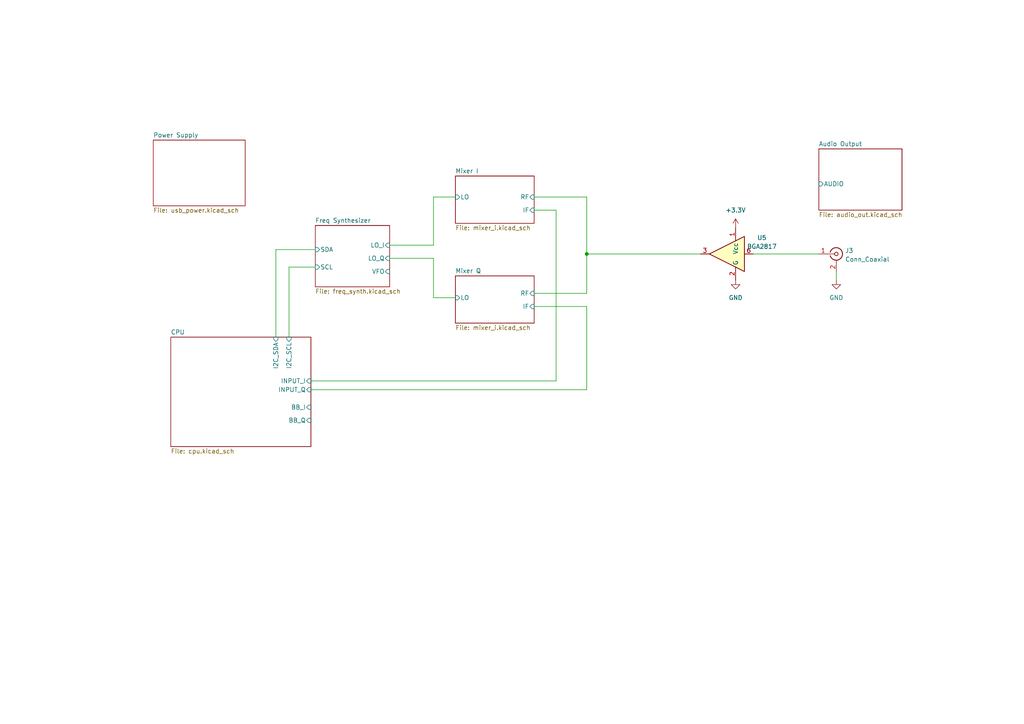
<source format=kicad_sch>
(kicad_sch (version 20211123) (generator eeschema)
  (paper "A4")
  (lib_symbols
    (symbol "Connector:Conn_Coaxial" (pin_names (offset 1.016) hide)
      (property "Reference" "J" (at 0.254 3.048 0))
      (property "Value" "Conn_Coaxial" (at 2.921 0 90))
      (symbol "Conn_Coaxial_0_1"
        (arc (start -1.778 -0.508) (mid 0.2311 -1.8066) (end 1.778 0) (stroke (width 0.254)))
        (polyline (pts (xy -2.54 0) (xy -0.508 0)))
        (polyline (pts (xy 0 -2.54) (xy 0 -1.778)))
        (circle (center 0 0) (radius 0.508) (stroke (width 0.2032)))
        (arc (start 1.778 0) (mid 0.2099 1.8101) (end -1.778 0.508) (stroke (width 0.254)))
      )
      (symbol "Conn_Coaxial_1_1"
        (pin passive line (at -5.08 0 0) (length 2.54) (name "In") (number "1"))
        (pin passive line (at 0 -5.08 90) (length 2.54) (name "Ext") (number "2"))
      )
    )
    (symbol "RF_Amplifier:BGA2817"
      (property "Reference" "U" (at 2.54 6.35 0))
      (property "Value" "BGA2817" (at 3.81 3.81 0))
      (symbol "BGA2817_0_1"
        (polyline (pts (xy 5.08 0) (xy -5.08 5.08) (xy -5.08 -5.08) (xy 5.08 0)) (stroke (width 0.254)) (fill (type background)))
      )
      (symbol "BGA2817_1_1"
        (pin power_in line (at -2.54 7.62 270) (length 3.81) (name "Vcc") (number "1"))
        (pin power_in line (at -2.54 -7.62 90) (length 3.81) (name "G") (number "2"))
        (pin output line (at 7.62 0 180) (length 2.54) (name "~") (number "3"))
        (pin passive line (at -2.54 -7.62 90) (length 3.81) hide (name "G") (number "4"))
        (pin passive line (at -2.54 -7.62 90) (length 3.81) hide (name "G") (number "5"))
        (pin input line (at -7.62 0 0) (length 2.54) (name "~") (number "6"))
      )
    )
    (symbol "power:+3.3V" (power) (pin_names (offset 0))
      (property "Value" "+3.3V" (at 0 3.556 0))
      (symbol "+3.3V_0_1"
        (polyline (pts (xy -0.762 1.27) (xy 0 2.54)))
        (polyline (pts (xy 0 0) (xy 0 2.54)))
        (polyline (pts (xy 0 2.54) (xy 0.762 1.27)))
      )
      (symbol "+3.3V_1_1"
        (pin power_in line (at 0 0 90) (length 0) hide (name "+3.3V") (number "1"))
      )
    )
    (symbol "power:GND" (power) (pin_names (offset 0))
      (property "Value" "GND" (at 0 -3.81 0))
      (symbol "GND_0_1"
        (polyline (pts (xy 0 0) (xy 0 -1.27) (xy 1.27 -1.27) (xy 0 -2.54) (xy -1.27 -1.27) (xy 0 -1.27)))
      )
      (symbol "GND_1_1"
        (pin power_in line (at 0 0 270) (length 0) hide (name "GND") (number "1"))
      )
    )
  )
  (junction (at 170.18 73.66))
  (wire (pts (xy 154.94 88.9) (xy 170.18 88.9)))
  (wire (pts (xy 80.01 97.79) (xy 80.01 72.39)))
  (wire (pts (xy 170.18 73.66) (xy 170.18 57.15)))
  (wire (pts (xy 83.82 97.79) (xy 83.82 77.47)))
  (wire (pts (xy 154.94 85.09) (xy 170.18 85.09)))
  (wire (pts (xy 125.73 57.15) (xy 132.08 57.15)))
  (wire (pts (xy 170.18 57.15) (xy 154.94 57.15)))
  (wire (pts (xy 80.01 72.39) (xy 91.44 72.39)))
  (wire (pts (xy 125.73 74.93) (xy 125.73 86.36)))
  (wire (pts (xy 83.82 77.47) (xy 91.44 77.47)))
  (wire (pts (xy 218.44 73.66) (xy 237.49 73.66)))
  (wire (pts (xy 242.57 78.74) (xy 242.57 81.28)))
  (wire (pts (xy 113.03 71.12) (xy 125.73 71.12)))
  (wire (pts (xy 90.17 113.03) (xy 170.18 113.03)))
  (wire (pts (xy 161.29 110.49) (xy 161.29 60.96)))
  (wire (pts (xy 125.73 86.36) (xy 132.08 86.36)))
  (wire (pts (xy 125.73 71.12) (xy 125.73 57.15)))
  (wire (pts (xy 90.17 110.49) (xy 161.29 110.49)))
  (wire (pts (xy 203.2 73.66) (xy 170.18 73.66)))
  (wire (pts (xy 170.18 113.03) (xy 170.18 88.9)))
  (wire (pts (xy 161.29 60.96) (xy 154.94 60.96)))
  (wire (pts (xy 113.03 74.93) (xy 125.73 74.93)))
  (wire (pts (xy 170.18 85.09) (xy 170.18 73.66)))
  (symbol (lib_id "Connector:Conn_Coaxial") (at 242.57 73.66 0) (unit 1)
    (property "Reference" "J3" (at 245.11 72.6831 0) (effects (justify left)))
    (property "Value" "Conn_Coaxial" (at 245.11 75.2231 0) (effects (justify left)))
    (property "Footprint" "Connector_Coaxial:SMA_Amphenol_901-144_Vertical" (effects hide))
    (property "Datasheet" " ~" (effects hide))
  )
  (symbol (lib_id "power:+3.3V") (at 213.36 66.04 0) (unit 1)
    (property "Reference" "#PWR0106" (effects hide))
    (property "Value" "+3.3V" (at 213.36 60.96 0))
  )
  (symbol (lib_id "power:GND") (at 242.57 81.28 0) (unit 1)
    (property "Reference" "#PWR042" (effects hide))
    (property "Value" "GND" (at 242.57 86.36 0))
  )
  (symbol (lib_id "power:GND") (at 213.36 81.28 0) (unit 1)
    (property "Reference" "#PWR041" (effects hide))
    (property "Value" "GND" (at 213.36 86.36 0))
  )
  (symbol (lib_id "RF_Amplifier:BGA2817") (at 210.82 73.66 0) (mirror y) (unit 1)
    (property "Reference" "U5" (at 220.98 68.961 0))
    (property "Value" "BGA2817" (at 220.98 71.501 0))
    (property "Footprint" "Package_TO_SOT_SMD:SOT-363_SC-70-6" (effects hide))
    (property "Datasheet" "https://www.nxp.com/docs/en/data-sheet/BGA2817.pdf" (effects hide))
  )
  (sheet (at 44.45 40.64) (size 26.67 19.05) (stroke (width 0.1524))
    (property "Sheet name" "Power Supply" (at 44.45 39.9284 0) (effects (justify left bottom)))
    (property "Sheet file" "usb_power.kicad_sch" (at 44.45 60.2746 0) (effects (justify left top)))
  )
  (sheet (at 237.49 43.18) (size 24.13 17.78) (stroke (width 0.1524))
    (property "Sheet name" "Audio Output" (at 237.49 42.4684 0) (effects (justify left bottom)))
    (property "Sheet file" "audio_out.kicad_sch" (at 237.49 61.5446 0) (effects (justify left top)))
    (pin "AUDIO" input (at 237.49 53.34 180))
  )
  (sheet (at 49.53 97.79) (size 40.64 31.75) (stroke (width 0.1524))
    (property "Sheet name" "CPU" (at 49.53 97.0784 0) (effects (justify left bottom)))
    (property "Sheet file" "cpu.kicad_sch" (at 49.53 130.1246 0) (effects (justify left top)))
    (pin "I2C_SCL" input (at 83.82 97.79 90))
    (pin "I2C_SDA" input (at 80.01 97.79 90))
    (pin "BB_I" input (at 90.17 118.11 0))
    (pin "BB_Q" input (at 90.17 121.92 0))
    (pin "INPUT_Q" input (at 90.17 113.03 0))
    (pin "INPUT_I" input (at 90.17 110.49 0))
  )
  (sheet (at 132.08 80.01) (size 22.86 13.716) (stroke (width 0.1524))
    (property "Sheet name" "Mixer Q" (at 132.08 79.2984 0) (effects (justify left bottom)))
    (property "Sheet file" "mixer_i.kicad_sch" (at 132.08 94.3106 0) (effects (justify left top)))
    (pin "RF" input (at 154.94 85.09 0))
    (pin "LO" input (at 132.08 86.36 180))
    (pin "IF" input (at 154.94 88.9 0))
  )
  (sheet (at 132.08 51.054) (size 22.86 13.716) (stroke (width 0.1524))
    (property "Sheet name" "Mixer I" (at 132.08 50.3424 0) (effects (justify left bottom)))
    (property "Sheet file" "mixer_i.kicad_sch" (at 132.08 65.3546 0) (effects (justify left top)))
    (pin "RF" input (at 154.94 57.15 0))
    (pin "LO" input (at 132.08 57.15 180))
    (pin "IF" input (at 154.94 60.96 0))
  )
  (sheet (at 91.44 65.405) (size 21.59 17.78) (stroke (width 0.1524))
    (property "Sheet name" "Freq Synthesizer" (at 91.44 64.6934 0) (effects (justify left bottom)))
    (property "Sheet file" "freq_synth.kicad_sch" (at 91.44 83.7696 0) (effects (justify left top)))
    (pin "SDA" input (at 91.44 72.39 180))
    (pin "SCL" input (at 91.44 77.47 180))
    (pin "LO_I" input (at 113.03 71.12 0))
    (pin "VFO" input (at 113.03 78.74 0))
    (pin "LO_Q" input (at 113.03 74.93 0))
  )
)
</source>
